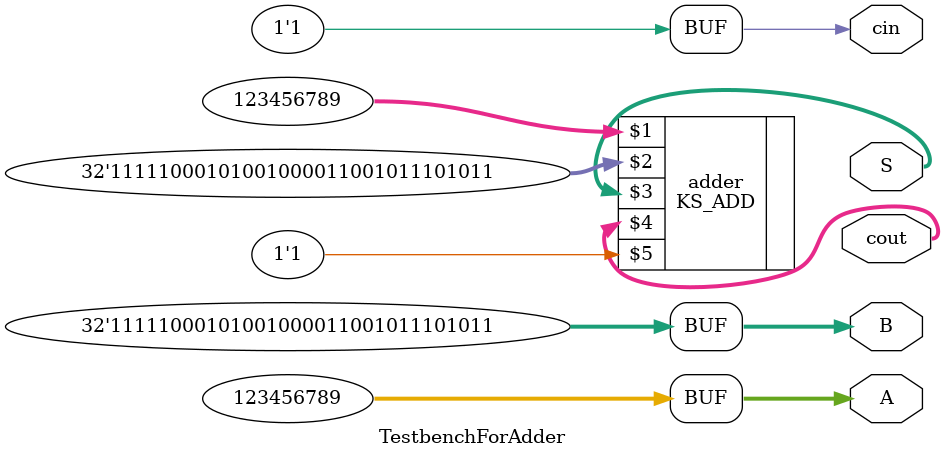
<source format=v>
module TestbenchForAdder(A,B,S,cout,cin);
  output[31:0] A,B,S;
  output cin;
  output [1:0] cout;
  
  reg cin;
  reg[31:0] A,B;
  
  initial
  begin
    cin = 0;
    A = 32'd12345;
    B = 32'd54321;
    #10 cin = 1;
    #10 A = 32'd23333;
    #10 B = 32'd88888;
    #10 A = 32'd2147483647;
    #10 cin = 1;
    #10 B = 32'd2644546165;
    #10 A = 32'd123456789;
    #10 B = -123456789;
  end
  KS_ADD adder(A,B,S,cout,cin);
endmodule

</source>
